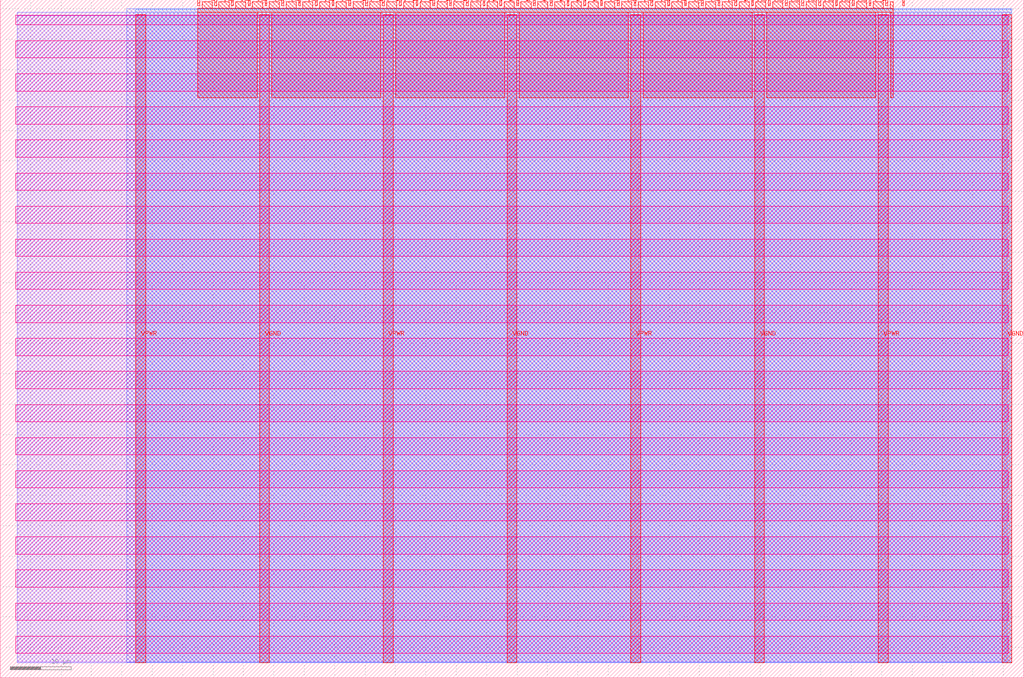
<source format=lef>
VERSION 5.7 ;
  NOWIREEXTENSIONATPIN ON ;
  DIVIDERCHAR "/" ;
  BUSBITCHARS "[]" ;
MACRO tt_um_LSNN
  CLASS BLOCK ;
  FOREIGN tt_um_LSNN ;
  ORIGIN 0.000 0.000 ;
  SIZE 168.360 BY 111.520 ;
  PIN VGND
    DIRECTION INOUT ;
    USE GROUND ;
    PORT
      LAYER met4 ;
        RECT 42.670 2.480 44.270 109.040 ;
    END
    PORT
      LAYER met4 ;
        RECT 83.380 2.480 84.980 109.040 ;
    END
    PORT
      LAYER met4 ;
        RECT 124.090 2.480 125.690 109.040 ;
    END
    PORT
      LAYER met4 ;
        RECT 164.800 2.480 166.400 109.040 ;
    END
  END VGND
  PIN VPWR
    DIRECTION INOUT ;
    USE POWER ;
    PORT
      LAYER met4 ;
        RECT 22.315 2.480 23.915 109.040 ;
    END
    PORT
      LAYER met4 ;
        RECT 63.025 2.480 64.625 109.040 ;
    END
    PORT
      LAYER met4 ;
        RECT 103.735 2.480 105.335 109.040 ;
    END
    PORT
      LAYER met4 ;
        RECT 144.445 2.480 146.045 109.040 ;
    END
  END VPWR
  PIN clk
    DIRECTION INPUT ;
    USE SIGNAL ;
    ANTENNAGATEAREA 0.852000 ;
    PORT
      LAYER met4 ;
        RECT 145.670 110.520 145.970 111.520 ;
    END
  END clk
  PIN ena
    DIRECTION INPUT ;
    USE SIGNAL ;
    PORT
      LAYER met4 ;
        RECT 148.430 110.520 148.730 111.520 ;
    END
  END ena
  PIN rst_n
    DIRECTION INPUT ;
    USE SIGNAL ;
    ANTENNAGATEAREA 0.196500 ;
    PORT
      LAYER met4 ;
        RECT 142.910 110.520 143.210 111.520 ;
    END
  END rst_n
  PIN ui_in[0]
    DIRECTION INPUT ;
    USE SIGNAL ;
    ANTENNAGATEAREA 0.196500 ;
    PORT
      LAYER met4 ;
        RECT 140.150 110.520 140.450 111.520 ;
    END
  END ui_in[0]
  PIN ui_in[1]
    DIRECTION INPUT ;
    USE SIGNAL ;
    ANTENNAGATEAREA 0.196500 ;
    PORT
      LAYER met4 ;
        RECT 137.390 110.520 137.690 111.520 ;
    END
  END ui_in[1]
  PIN ui_in[2]
    DIRECTION INPUT ;
    USE SIGNAL ;
    ANTENNAGATEAREA 0.196500 ;
    PORT
      LAYER met4 ;
        RECT 134.630 110.520 134.930 111.520 ;
    END
  END ui_in[2]
  PIN ui_in[3]
    DIRECTION INPUT ;
    USE SIGNAL ;
    ANTENNAGATEAREA 0.196500 ;
    PORT
      LAYER met4 ;
        RECT 131.870 110.520 132.170 111.520 ;
    END
  END ui_in[3]
  PIN ui_in[4]
    DIRECTION INPUT ;
    USE SIGNAL ;
    ANTENNAGATEAREA 0.196500 ;
    PORT
      LAYER met4 ;
        RECT 129.110 110.520 129.410 111.520 ;
    END
  END ui_in[4]
  PIN ui_in[5]
    DIRECTION INPUT ;
    USE SIGNAL ;
    ANTENNAGATEAREA 0.196500 ;
    PORT
      LAYER met4 ;
        RECT 126.350 110.520 126.650 111.520 ;
    END
  END ui_in[5]
  PIN ui_in[6]
    DIRECTION INPUT ;
    USE SIGNAL ;
    ANTENNAGATEAREA 0.196500 ;
    PORT
      LAYER met4 ;
        RECT 123.590 110.520 123.890 111.520 ;
    END
  END ui_in[6]
  PIN ui_in[7]
    DIRECTION INPUT ;
    USE SIGNAL ;
    ANTENNAGATEAREA 0.196500 ;
    PORT
      LAYER met4 ;
        RECT 120.830 110.520 121.130 111.520 ;
    END
  END ui_in[7]
  PIN uio_in[0]
    DIRECTION INPUT ;
    USE SIGNAL ;
    PORT
      LAYER met4 ;
        RECT 118.070 110.520 118.370 111.520 ;
    END
  END uio_in[0]
  PIN uio_in[1]
    DIRECTION INPUT ;
    USE SIGNAL ;
    PORT
      LAYER met4 ;
        RECT 115.310 110.520 115.610 111.520 ;
    END
  END uio_in[1]
  PIN uio_in[2]
    DIRECTION INPUT ;
    USE SIGNAL ;
    PORT
      LAYER met4 ;
        RECT 112.550 110.520 112.850 111.520 ;
    END
  END uio_in[2]
  PIN uio_in[3]
    DIRECTION INPUT ;
    USE SIGNAL ;
    PORT
      LAYER met4 ;
        RECT 109.790 110.520 110.090 111.520 ;
    END
  END uio_in[3]
  PIN uio_in[4]
    DIRECTION INPUT ;
    USE SIGNAL ;
    PORT
      LAYER met4 ;
        RECT 107.030 110.520 107.330 111.520 ;
    END
  END uio_in[4]
  PIN uio_in[5]
    DIRECTION INPUT ;
    USE SIGNAL ;
    PORT
      LAYER met4 ;
        RECT 104.270 110.520 104.570 111.520 ;
    END
  END uio_in[5]
  PIN uio_in[6]
    DIRECTION INPUT ;
    USE SIGNAL ;
    PORT
      LAYER met4 ;
        RECT 101.510 110.520 101.810 111.520 ;
    END
  END uio_in[6]
  PIN uio_in[7]
    DIRECTION INPUT ;
    USE SIGNAL ;
    PORT
      LAYER met4 ;
        RECT 98.750 110.520 99.050 111.520 ;
    END
  END uio_in[7]
  PIN uio_oe[0]
    DIRECTION OUTPUT TRISTATE ;
    USE SIGNAL ;
    PORT
      LAYER met4 ;
        RECT 51.830 110.520 52.130 111.520 ;
    END
  END uio_oe[0]
  PIN uio_oe[1]
    DIRECTION OUTPUT TRISTATE ;
    USE SIGNAL ;
    PORT
      LAYER met4 ;
        RECT 49.070 110.520 49.370 111.520 ;
    END
  END uio_oe[1]
  PIN uio_oe[2]
    DIRECTION OUTPUT TRISTATE ;
    USE SIGNAL ;
    PORT
      LAYER met4 ;
        RECT 46.310 110.520 46.610 111.520 ;
    END
  END uio_oe[2]
  PIN uio_oe[3]
    DIRECTION OUTPUT TRISTATE ;
    USE SIGNAL ;
    PORT
      LAYER met4 ;
        RECT 43.550 110.520 43.850 111.520 ;
    END
  END uio_oe[3]
  PIN uio_oe[4]
    DIRECTION OUTPUT TRISTATE ;
    USE SIGNAL ;
    PORT
      LAYER met4 ;
        RECT 40.790 110.520 41.090 111.520 ;
    END
  END uio_oe[4]
  PIN uio_oe[5]
    DIRECTION OUTPUT TRISTATE ;
    USE SIGNAL ;
    PORT
      LAYER met4 ;
        RECT 38.030 110.520 38.330 111.520 ;
    END
  END uio_oe[5]
  PIN uio_oe[6]
    DIRECTION OUTPUT TRISTATE ;
    USE SIGNAL ;
    PORT
      LAYER met4 ;
        RECT 35.270 110.520 35.570 111.520 ;
    END
  END uio_oe[6]
  PIN uio_oe[7]
    DIRECTION OUTPUT TRISTATE ;
    USE SIGNAL ;
    PORT
      LAYER met4 ;
        RECT 32.510 110.520 32.810 111.520 ;
    END
  END uio_oe[7]
  PIN uio_out[0]
    DIRECTION OUTPUT TRISTATE ;
    USE SIGNAL ;
    ANTENNADIFFAREA 0.795200 ;
    PORT
      LAYER met4 ;
        RECT 73.910 110.520 74.210 111.520 ;
    END
  END uio_out[0]
  PIN uio_out[1]
    DIRECTION OUTPUT TRISTATE ;
    USE SIGNAL ;
    ANTENNADIFFAREA 0.445500 ;
    PORT
      LAYER met4 ;
        RECT 71.150 110.520 71.450 111.520 ;
    END
  END uio_out[1]
  PIN uio_out[2]
    DIRECTION OUTPUT TRISTATE ;
    USE SIGNAL ;
    ANTENNADIFFAREA 0.445500 ;
    PORT
      LAYER met4 ;
        RECT 68.390 110.520 68.690 111.520 ;
    END
  END uio_out[2]
  PIN uio_out[3]
    DIRECTION OUTPUT TRISTATE ;
    USE SIGNAL ;
    ANTENNAGATEAREA 0.495000 ;
    ANTENNADIFFAREA 1.320000 ;
    PORT
      LAYER met4 ;
        RECT 65.630 110.520 65.930 111.520 ;
    END
  END uio_out[3]
  PIN uio_out[4]
    DIRECTION OUTPUT TRISTATE ;
    USE SIGNAL ;
    ANTENNAGATEAREA 0.621000 ;
    ANTENNADIFFAREA 0.891000 ;
    PORT
      LAYER met4 ;
        RECT 62.870 110.520 63.170 111.520 ;
    END
  END uio_out[4]
  PIN uio_out[5]
    DIRECTION OUTPUT TRISTATE ;
    USE SIGNAL ;
    ANTENNAGATEAREA 0.252000 ;
    ANTENNADIFFAREA 0.891000 ;
    PORT
      LAYER met4 ;
        RECT 60.110 110.520 60.410 111.520 ;
    END
  END uio_out[5]
  PIN uio_out[6]
    DIRECTION OUTPUT TRISTATE ;
    USE SIGNAL ;
    ANTENNAGATEAREA 0.742500 ;
    ANTENNADIFFAREA 0.891000 ;
    PORT
      LAYER met4 ;
        RECT 57.350 110.520 57.650 111.520 ;
    END
  END uio_out[6]
  PIN uio_out[7]
    DIRECTION OUTPUT TRISTATE ;
    USE SIGNAL ;
    ANTENNAGATEAREA 0.373500 ;
    ANTENNADIFFAREA 0.891000 ;
    PORT
      LAYER met4 ;
        RECT 54.590 110.520 54.890 111.520 ;
    END
  END uio_out[7]
  PIN uo_out[0]
    DIRECTION OUTPUT TRISTATE ;
    USE SIGNAL ;
    ANTENNAGATEAREA 0.751500 ;
    ANTENNADIFFAREA 1.075200 ;
    PORT
      LAYER met4 ;
        RECT 95.990 110.520 96.290 111.520 ;
    END
  END uo_out[0]
  PIN uo_out[1]
    DIRECTION OUTPUT TRISTATE ;
    USE SIGNAL ;
    PORT
      LAYER met4 ;
        RECT 93.230 110.520 93.530 111.520 ;
    END
  END uo_out[1]
  PIN uo_out[2]
    DIRECTION OUTPUT TRISTATE ;
    USE SIGNAL ;
    PORT
      LAYER met4 ;
        RECT 90.470 110.520 90.770 111.520 ;
    END
  END uo_out[2]
  PIN uo_out[3]
    DIRECTION OUTPUT TRISTATE ;
    USE SIGNAL ;
    PORT
      LAYER met4 ;
        RECT 87.710 110.520 88.010 111.520 ;
    END
  END uo_out[3]
  PIN uo_out[4]
    DIRECTION OUTPUT TRISTATE ;
    USE SIGNAL ;
    PORT
      LAYER met4 ;
        RECT 84.950 110.520 85.250 111.520 ;
    END
  END uo_out[4]
  PIN uo_out[5]
    DIRECTION OUTPUT TRISTATE ;
    USE SIGNAL ;
    PORT
      LAYER met4 ;
        RECT 82.190 110.520 82.490 111.520 ;
    END
  END uo_out[5]
  PIN uo_out[6]
    DIRECTION OUTPUT TRISTATE ;
    USE SIGNAL ;
    PORT
      LAYER met4 ;
        RECT 79.430 110.520 79.730 111.520 ;
    END
  END uo_out[6]
  PIN uo_out[7]
    DIRECTION OUTPUT TRISTATE ;
    USE SIGNAL ;
    PORT
      LAYER met4 ;
        RECT 76.670 110.520 76.970 111.520 ;
    END
  END uo_out[7]
  OBS
      LAYER nwell ;
        RECT 2.570 107.385 165.790 108.990 ;
        RECT 2.570 101.945 165.790 104.775 ;
        RECT 2.570 96.505 165.790 99.335 ;
        RECT 2.570 91.065 165.790 93.895 ;
        RECT 2.570 85.625 165.790 88.455 ;
        RECT 2.570 80.185 165.790 83.015 ;
        RECT 2.570 74.745 165.790 77.575 ;
        RECT 2.570 69.305 165.790 72.135 ;
        RECT 2.570 63.865 165.790 66.695 ;
        RECT 2.570 58.425 165.790 61.255 ;
        RECT 2.570 52.985 165.790 55.815 ;
        RECT 2.570 47.545 165.790 50.375 ;
        RECT 2.570 42.105 165.790 44.935 ;
        RECT 2.570 36.665 165.790 39.495 ;
        RECT 2.570 31.225 165.790 34.055 ;
        RECT 2.570 25.785 165.790 28.615 ;
        RECT 2.570 20.345 165.790 23.175 ;
        RECT 2.570 14.905 165.790 17.735 ;
        RECT 2.570 9.465 165.790 12.295 ;
        RECT 2.570 4.025 165.790 6.855 ;
      LAYER li1 ;
        RECT 2.760 2.635 165.600 108.885 ;
      LAYER met1 ;
        RECT 2.760 2.480 166.400 109.440 ;
      LAYER met2 ;
        RECT 20.800 2.535 166.370 110.005 ;
      LAYER met3 ;
        RECT 22.325 2.555 166.390 109.985 ;
      LAYER met4 ;
        RECT 33.210 110.120 34.870 111.170 ;
        RECT 35.970 110.120 37.630 111.170 ;
        RECT 38.730 110.120 40.390 111.170 ;
        RECT 41.490 110.120 43.150 111.170 ;
        RECT 44.250 110.120 45.910 111.170 ;
        RECT 47.010 110.120 48.670 111.170 ;
        RECT 49.770 110.120 51.430 111.170 ;
        RECT 52.530 110.120 54.190 111.170 ;
        RECT 55.290 110.120 56.950 111.170 ;
        RECT 58.050 110.120 59.710 111.170 ;
        RECT 60.810 110.120 62.470 111.170 ;
        RECT 63.570 110.120 65.230 111.170 ;
        RECT 66.330 110.120 67.990 111.170 ;
        RECT 69.090 110.120 70.750 111.170 ;
        RECT 71.850 110.120 73.510 111.170 ;
        RECT 74.610 110.120 76.270 111.170 ;
        RECT 77.370 110.120 79.030 111.170 ;
        RECT 80.130 110.120 81.790 111.170 ;
        RECT 82.890 110.120 84.550 111.170 ;
        RECT 85.650 110.120 87.310 111.170 ;
        RECT 88.410 110.120 90.070 111.170 ;
        RECT 91.170 110.120 92.830 111.170 ;
        RECT 93.930 110.120 95.590 111.170 ;
        RECT 96.690 110.120 98.350 111.170 ;
        RECT 99.450 110.120 101.110 111.170 ;
        RECT 102.210 110.120 103.870 111.170 ;
        RECT 104.970 110.120 106.630 111.170 ;
        RECT 107.730 110.120 109.390 111.170 ;
        RECT 110.490 110.120 112.150 111.170 ;
        RECT 113.250 110.120 114.910 111.170 ;
        RECT 116.010 110.120 117.670 111.170 ;
        RECT 118.770 110.120 120.430 111.170 ;
        RECT 121.530 110.120 123.190 111.170 ;
        RECT 124.290 110.120 125.950 111.170 ;
        RECT 127.050 110.120 128.710 111.170 ;
        RECT 129.810 110.120 131.470 111.170 ;
        RECT 132.570 110.120 134.230 111.170 ;
        RECT 135.330 110.120 136.990 111.170 ;
        RECT 138.090 110.120 139.750 111.170 ;
        RECT 140.850 110.120 142.510 111.170 ;
        RECT 143.610 110.120 145.270 111.170 ;
        RECT 146.370 110.120 146.905 111.170 ;
        RECT 32.495 109.440 146.905 110.120 ;
        RECT 32.495 95.375 42.270 109.440 ;
        RECT 44.670 95.375 62.625 109.440 ;
        RECT 65.025 95.375 82.980 109.440 ;
        RECT 85.380 95.375 103.335 109.440 ;
        RECT 105.735 95.375 123.690 109.440 ;
        RECT 126.090 95.375 144.045 109.440 ;
        RECT 146.445 95.375 146.905 109.440 ;
  END
END tt_um_LSNN
END LIBRARY


</source>
